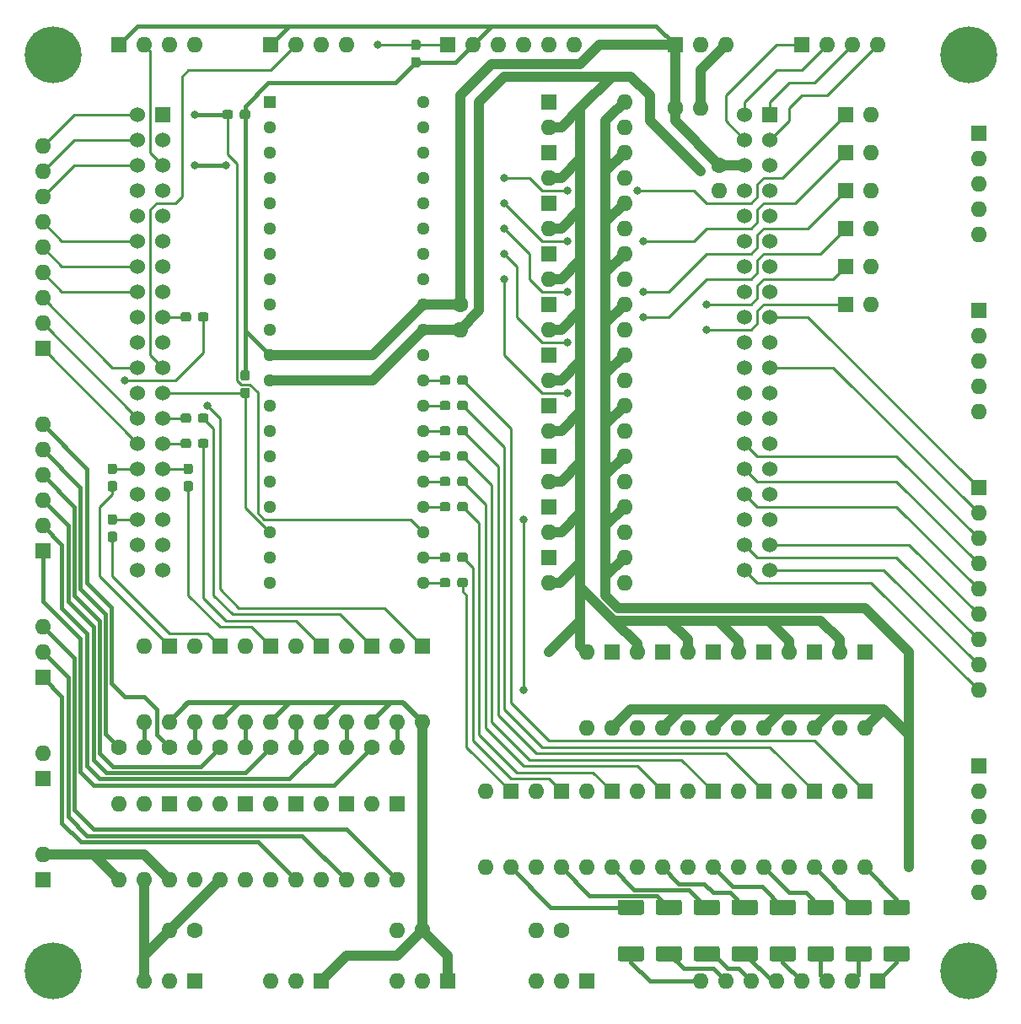
<source format=gtl>
G04 #@! TF.GenerationSoftware,KiCad,Pcbnew,(5.1.6)-1*
G04 #@! TF.CreationDate,2023-04-05T00:11:33+09:00*
G04 #@! TF.ProjectId,SubPCB,53756250-4342-42e6-9b69-6361645f7063,rev?*
G04 #@! TF.SameCoordinates,Original*
G04 #@! TF.FileFunction,Copper,L1,Top*
G04 #@! TF.FilePolarity,Positive*
%FSLAX46Y46*%
G04 Gerber Fmt 4.6, Leading zero omitted, Abs format (unit mm)*
G04 Created by KiCad (PCBNEW (5.1.6)-1) date 2023-04-05 00:11:33*
%MOMM*%
%LPD*%
G01*
G04 APERTURE LIST*
G04 #@! TA.AperFunction,ComponentPad*
%ADD10O,1.600000X1.600000*%
G04 #@! TD*
G04 #@! TA.AperFunction,ComponentPad*
%ADD11R,1.600000X1.600000*%
G04 #@! TD*
G04 #@! TA.AperFunction,ComponentPad*
%ADD12R,1.530000X1.530000*%
G04 #@! TD*
G04 #@! TA.AperFunction,ComponentPad*
%ADD13C,1.530000*%
G04 #@! TD*
G04 #@! TA.AperFunction,ComponentPad*
%ADD14C,1.600000*%
G04 #@! TD*
G04 #@! TA.AperFunction,ComponentPad*
%ADD15C,1.280000*%
G04 #@! TD*
G04 #@! TA.AperFunction,ComponentPad*
%ADD16R,1.280000X1.280000*%
G04 #@! TD*
G04 #@! TA.AperFunction,ComponentPad*
%ADD17C,5.700000*%
G04 #@! TD*
G04 #@! TA.AperFunction,ViaPad*
%ADD18C,0.800000*%
G04 #@! TD*
G04 #@! TA.AperFunction,Conductor*
%ADD19C,0.250000*%
G04 #@! TD*
G04 #@! TA.AperFunction,Conductor*
%ADD20C,0.400000*%
G04 #@! TD*
G04 #@! TA.AperFunction,Conductor*
%ADD21C,1.000000*%
G04 #@! TD*
G04 #@! TA.AperFunction,Conductor*
%ADD22C,0.500000*%
G04 #@! TD*
G04 APERTURE END LIST*
D10*
X83185000Y-6985000D03*
D11*
X80645000Y-6985000D03*
D10*
X83185000Y-10795000D03*
D11*
X80645000Y-10795000D03*
D10*
X83185000Y-14605000D03*
D11*
X80645000Y-14605000D03*
D10*
X83185000Y-18415000D03*
D11*
X80645000Y-18415000D03*
D10*
X83185000Y-22225000D03*
D11*
X80645000Y-22225000D03*
D10*
X83185000Y-26035000D03*
D11*
X80645000Y-26035000D03*
D12*
X73025000Y-6985000D03*
D13*
X73025000Y-52705000D03*
X70485000Y-6985000D03*
X73025000Y-9525000D03*
X70485000Y-9525000D03*
X73025000Y-12065000D03*
X70485000Y-12065000D03*
X73025000Y-14605000D03*
X70485000Y-14605000D03*
X73025000Y-17145000D03*
X70485000Y-17145000D03*
X73025000Y-19685000D03*
X70485000Y-19685000D03*
X73025000Y-22225000D03*
X70485000Y-22225000D03*
X73025000Y-24765000D03*
X70485000Y-24765000D03*
X73025000Y-27305000D03*
X70485000Y-27305000D03*
X73025000Y-29845000D03*
X70485000Y-29845000D03*
X73025000Y-32385000D03*
X70485000Y-32385000D03*
X73025000Y-34925000D03*
X70485000Y-34925000D03*
X73025000Y-37465000D03*
X70485000Y-37465000D03*
X73025000Y-40005000D03*
X70485000Y-40005000D03*
X73025000Y-42545000D03*
X70485000Y-42545000D03*
X73025000Y-45085000D03*
X70485000Y-45085000D03*
X73025000Y-47625000D03*
X70485000Y-47625000D03*
X73025000Y-50165000D03*
X70485000Y-50165000D03*
X70485000Y-52705000D03*
D12*
X12065000Y-6985000D03*
D13*
X12065000Y-52705000D03*
X9525000Y-6985000D03*
X12065000Y-9525000D03*
X9525000Y-9525000D03*
X12065000Y-12065000D03*
X9525000Y-12065000D03*
X12065000Y-14605000D03*
X9525000Y-14605000D03*
X12065000Y-17145000D03*
X9525000Y-17145000D03*
X12065000Y-19685000D03*
X9525000Y-19685000D03*
X12065000Y-22225000D03*
X9525000Y-22225000D03*
X12065000Y-24765000D03*
X9525000Y-24765000D03*
X12065000Y-27305000D03*
X9525000Y-27305000D03*
X12065000Y-29845000D03*
X9525000Y-29845000D03*
X12065000Y-32385000D03*
X9525000Y-32385000D03*
X12065000Y-34925000D03*
X9525000Y-34925000D03*
X12065000Y-37465000D03*
X9525000Y-37465000D03*
X12065000Y-40005000D03*
X9525000Y-40005000D03*
X12065000Y-42545000D03*
X9525000Y-42545000D03*
X12065000Y-45085000D03*
X9525000Y-45085000D03*
X12065000Y-47625000D03*
X9525000Y-47625000D03*
X12065000Y-50165000D03*
X9525000Y-50165000D03*
X9525000Y-52705000D03*
G04 #@! TA.AperFunction,SMDPad,CuDef*
G36*
G01*
X20557500Y-33700000D02*
X20082500Y-33700000D01*
G75*
G02*
X19845000Y-33462500I0J237500D01*
G01*
X19845000Y-32887500D01*
G75*
G02*
X20082500Y-32650000I237500J0D01*
G01*
X20557500Y-32650000D01*
G75*
G02*
X20795000Y-32887500I0J-237500D01*
G01*
X20795000Y-33462500D01*
G75*
G02*
X20557500Y-33700000I-237500J0D01*
G01*
G37*
G04 #@! TD.AperFunction*
G04 #@! TA.AperFunction,SMDPad,CuDef*
G36*
G01*
X20557500Y-35450000D02*
X20082500Y-35450000D01*
G75*
G02*
X19845000Y-35212500I0J237500D01*
G01*
X19845000Y-34637500D01*
G75*
G02*
X20082500Y-34400000I237500J0D01*
G01*
X20557500Y-34400000D01*
G75*
G02*
X20795000Y-34637500I0J-237500D01*
G01*
X20795000Y-35212500D01*
G75*
G02*
X20557500Y-35450000I-237500J0D01*
G01*
G37*
G04 #@! TD.AperFunction*
G04 #@! TA.AperFunction,SMDPad,CuDef*
G36*
G01*
X19795000Y-7222500D02*
X19795000Y-6747500D01*
G75*
G02*
X20032500Y-6510000I237500J0D01*
G01*
X20607500Y-6510000D01*
G75*
G02*
X20845000Y-6747500I0J-237500D01*
G01*
X20845000Y-7222500D01*
G75*
G02*
X20607500Y-7460000I-237500J0D01*
G01*
X20032500Y-7460000D01*
G75*
G02*
X19795000Y-7222500I0J237500D01*
G01*
G37*
G04 #@! TD.AperFunction*
G04 #@! TA.AperFunction,SMDPad,CuDef*
G36*
G01*
X18045000Y-7222500D02*
X18045000Y-6747500D01*
G75*
G02*
X18282500Y-6510000I237500J0D01*
G01*
X18857500Y-6510000D01*
G75*
G02*
X19095000Y-6747500I0J-237500D01*
G01*
X19095000Y-7222500D01*
G75*
G02*
X18857500Y-7460000I-237500J0D01*
G01*
X18282500Y-7460000D01*
G75*
G02*
X18045000Y-7222500I0J237500D01*
G01*
G37*
G04 #@! TD.AperFunction*
D10*
X25400000Y-93980000D03*
X22860000Y-93980000D03*
D11*
X27940000Y-93980000D03*
X76200000Y0D03*
D10*
X81280000Y0D03*
X78740000Y0D03*
X83820000Y0D03*
X93980000Y-52070000D03*
X93980000Y-46990000D03*
X93980000Y-49530000D03*
D11*
X93980000Y-44450000D03*
D10*
X93980000Y-54610000D03*
X93980000Y-57150000D03*
X93980000Y-59690000D03*
X93980000Y-62230000D03*
X93980000Y-64770000D03*
X46990000Y-82550000D03*
X44450000Y-74930000D03*
X44450000Y-82550000D03*
D11*
X46990000Y-74930000D03*
D10*
X52070000Y-82550000D03*
X49530000Y-74930000D03*
X49530000Y-82550000D03*
D11*
X52070000Y-74930000D03*
D10*
X57150000Y-82550000D03*
X54610000Y-74930000D03*
X54610000Y-82550000D03*
D11*
X57150000Y-74930000D03*
D10*
X62230000Y-82550000D03*
X59690000Y-74930000D03*
X59690000Y-82550000D03*
D11*
X62230000Y-74930000D03*
D10*
X67310000Y-82550000D03*
X64770000Y-74930000D03*
X64770000Y-82550000D03*
D11*
X67310000Y-74930000D03*
D10*
X72390000Y-82550000D03*
X69850000Y-74930000D03*
X69850000Y-82550000D03*
D11*
X72390000Y-74930000D03*
D10*
X77470000Y-82550000D03*
X74930000Y-74930000D03*
X74930000Y-82550000D03*
D11*
X77470000Y-74930000D03*
D10*
X82550000Y-82550000D03*
X80010000Y-74930000D03*
X80010000Y-82550000D03*
D11*
X82550000Y-74930000D03*
D10*
X57150000Y-68580000D03*
X54610000Y-60960000D03*
X54610000Y-68580000D03*
D11*
X57150000Y-60960000D03*
D10*
X62230000Y-68580000D03*
X59690000Y-60960000D03*
X59690000Y-68580000D03*
D11*
X62230000Y-60960000D03*
D10*
X67310000Y-68580000D03*
X64770000Y-60960000D03*
X64770000Y-68580000D03*
D11*
X67310000Y-60960000D03*
D10*
X72390000Y-68580000D03*
X69850000Y-60960000D03*
X69850000Y-68580000D03*
D11*
X72390000Y-60960000D03*
D10*
X77470000Y-68580000D03*
X74930000Y-60960000D03*
X74930000Y-68580000D03*
D11*
X77470000Y-60960000D03*
D10*
X82550000Y-68580000D03*
X80010000Y-60960000D03*
X80010000Y-68580000D03*
D11*
X82550000Y-60960000D03*
D10*
X58420000Y-51435000D03*
X50800000Y-53975000D03*
X58420000Y-53975000D03*
D11*
X50800000Y-51435000D03*
D10*
X58420000Y-46355000D03*
X50800000Y-48895000D03*
X58420000Y-48895000D03*
D11*
X50800000Y-46355000D03*
D10*
X58420000Y-41275000D03*
X50800000Y-43815000D03*
X58420000Y-43815000D03*
D11*
X50800000Y-41275000D03*
D10*
X58420000Y-36195000D03*
X50800000Y-38735000D03*
X58420000Y-38735000D03*
D11*
X50800000Y-36195000D03*
D10*
X58420000Y-31115000D03*
X50800000Y-33655000D03*
X58420000Y-33655000D03*
D11*
X50800000Y-31115000D03*
D10*
X58420000Y-26035000D03*
X50800000Y-28575000D03*
X58420000Y-28575000D03*
D11*
X50800000Y-26035000D03*
D10*
X58420000Y-20955000D03*
X50800000Y-23495000D03*
X58420000Y-23495000D03*
D11*
X50800000Y-20955000D03*
D10*
X58420000Y-15875000D03*
X50800000Y-18415000D03*
X58420000Y-18415000D03*
D11*
X50800000Y-15875000D03*
D10*
X58420000Y-10795000D03*
X50800000Y-13335000D03*
X58420000Y-13335000D03*
D11*
X50800000Y-10795000D03*
D10*
X58420000Y-5715000D03*
X50800000Y-8255000D03*
X58420000Y-8255000D03*
D11*
X50800000Y-5715000D03*
D10*
X12700000Y-67945000D03*
X10160000Y-60325000D03*
X10160000Y-67945000D03*
D11*
X12700000Y-60325000D03*
D10*
X17780000Y-67945000D03*
X15240000Y-60325000D03*
X15240000Y-67945000D03*
D11*
X17780000Y-60325000D03*
D10*
X22860000Y-67945000D03*
X20320000Y-60325000D03*
X20320000Y-67945000D03*
D11*
X22860000Y-60325000D03*
D10*
X27940000Y-67945000D03*
X25400000Y-60325000D03*
X25400000Y-67945000D03*
D11*
X27940000Y-60325000D03*
D10*
X33020000Y-67945000D03*
X30480000Y-60325000D03*
X30480000Y-67945000D03*
D11*
X33020000Y-60325000D03*
D10*
X38100000Y-67945000D03*
X35560000Y-60325000D03*
X35560000Y-67945000D03*
D11*
X38100000Y-60325000D03*
D10*
X25400000Y-83820000D03*
X22860000Y-76200000D03*
X22860000Y-83820000D03*
D11*
X25400000Y-76200000D03*
D10*
X30480000Y-83820000D03*
X27940000Y-76200000D03*
X27940000Y-83820000D03*
D11*
X30480000Y-76200000D03*
D10*
X35560000Y-83820000D03*
X33020000Y-76200000D03*
X33020000Y-83820000D03*
D11*
X35560000Y-76200000D03*
D10*
X12700000Y-83820000D03*
X7620000Y-76200000D03*
X10160000Y-83820000D03*
X10160000Y-76200000D03*
X7620000Y-83820000D03*
D11*
X12700000Y-76200000D03*
D10*
X20320000Y-83820000D03*
X15240000Y-76200000D03*
X17780000Y-83820000D03*
X17780000Y-76200000D03*
X15240000Y-83820000D03*
D11*
X20320000Y-76200000D03*
G04 #@! TA.AperFunction,SMDPad,CuDef*
G36*
G01*
X37702500Y-525000D02*
X37227500Y-525000D01*
G75*
G02*
X36990000Y-287500I0J237500D01*
G01*
X36990000Y287500D01*
G75*
G02*
X37227500Y525000I237500J0D01*
G01*
X37702500Y525000D01*
G75*
G02*
X37940000Y287500I0J-237500D01*
G01*
X37940000Y-287500D01*
G75*
G02*
X37702500Y-525000I-237500J0D01*
G01*
G37*
G04 #@! TD.AperFunction*
G04 #@! TA.AperFunction,SMDPad,CuDef*
G36*
G01*
X37702500Y-2275000D02*
X37227500Y-2275000D01*
G75*
G02*
X36990000Y-2037500I0J237500D01*
G01*
X36990000Y-1462500D01*
G75*
G02*
X37227500Y-1225000I237500J0D01*
G01*
X37702500Y-1225000D01*
G75*
G02*
X37940000Y-1462500I0J-237500D01*
G01*
X37940000Y-2037500D01*
G75*
G02*
X37702500Y-2275000I-237500J0D01*
G01*
G37*
G04 #@! TD.AperFunction*
G04 #@! TA.AperFunction,SMDPad,CuDef*
G36*
G01*
X60130001Y-87325000D02*
X57979999Y-87325000D01*
G75*
G02*
X57730000Y-87075001I0J249999D01*
G01*
X57730000Y-86049999D01*
G75*
G02*
X57979999Y-85800000I249999J0D01*
G01*
X60130001Y-85800000D01*
G75*
G02*
X60380000Y-86049999I0J-249999D01*
G01*
X60380000Y-87075001D01*
G75*
G02*
X60130001Y-87325000I-249999J0D01*
G01*
G37*
G04 #@! TD.AperFunction*
G04 #@! TA.AperFunction,SMDPad,CuDef*
G36*
G01*
X60130001Y-92000000D02*
X57979999Y-92000000D01*
G75*
G02*
X57730000Y-91750001I0J249999D01*
G01*
X57730000Y-90724999D01*
G75*
G02*
X57979999Y-90475000I249999J0D01*
G01*
X60130001Y-90475000D01*
G75*
G02*
X60380000Y-90724999I0J-249999D01*
G01*
X60380000Y-91750001D01*
G75*
G02*
X60130001Y-92000000I-249999J0D01*
G01*
G37*
G04 #@! TD.AperFunction*
G04 #@! TA.AperFunction,SMDPad,CuDef*
G36*
G01*
X63940001Y-87325000D02*
X61789999Y-87325000D01*
G75*
G02*
X61540000Y-87075001I0J249999D01*
G01*
X61540000Y-86049999D01*
G75*
G02*
X61789999Y-85800000I249999J0D01*
G01*
X63940001Y-85800000D01*
G75*
G02*
X64190000Y-86049999I0J-249999D01*
G01*
X64190000Y-87075001D01*
G75*
G02*
X63940001Y-87325000I-249999J0D01*
G01*
G37*
G04 #@! TD.AperFunction*
G04 #@! TA.AperFunction,SMDPad,CuDef*
G36*
G01*
X63940001Y-92000000D02*
X61789999Y-92000000D01*
G75*
G02*
X61540000Y-91750001I0J249999D01*
G01*
X61540000Y-90724999D01*
G75*
G02*
X61789999Y-90475000I249999J0D01*
G01*
X63940001Y-90475000D01*
G75*
G02*
X64190000Y-90724999I0J-249999D01*
G01*
X64190000Y-91750001D01*
G75*
G02*
X63940001Y-92000000I-249999J0D01*
G01*
G37*
G04 #@! TD.AperFunction*
G04 #@! TA.AperFunction,SMDPad,CuDef*
G36*
G01*
X67750001Y-87325000D02*
X65599999Y-87325000D01*
G75*
G02*
X65350000Y-87075001I0J249999D01*
G01*
X65350000Y-86049999D01*
G75*
G02*
X65599999Y-85800000I249999J0D01*
G01*
X67750001Y-85800000D01*
G75*
G02*
X68000000Y-86049999I0J-249999D01*
G01*
X68000000Y-87075001D01*
G75*
G02*
X67750001Y-87325000I-249999J0D01*
G01*
G37*
G04 #@! TD.AperFunction*
G04 #@! TA.AperFunction,SMDPad,CuDef*
G36*
G01*
X67750001Y-92000000D02*
X65599999Y-92000000D01*
G75*
G02*
X65350000Y-91750001I0J249999D01*
G01*
X65350000Y-90724999D01*
G75*
G02*
X65599999Y-90475000I249999J0D01*
G01*
X67750001Y-90475000D01*
G75*
G02*
X68000000Y-90724999I0J-249999D01*
G01*
X68000000Y-91750001D01*
G75*
G02*
X67750001Y-92000000I-249999J0D01*
G01*
G37*
G04 #@! TD.AperFunction*
G04 #@! TA.AperFunction,SMDPad,CuDef*
G36*
G01*
X71560001Y-87325000D02*
X69409999Y-87325000D01*
G75*
G02*
X69160000Y-87075001I0J249999D01*
G01*
X69160000Y-86049999D01*
G75*
G02*
X69409999Y-85800000I249999J0D01*
G01*
X71560001Y-85800000D01*
G75*
G02*
X71810000Y-86049999I0J-249999D01*
G01*
X71810000Y-87075001D01*
G75*
G02*
X71560001Y-87325000I-249999J0D01*
G01*
G37*
G04 #@! TD.AperFunction*
G04 #@! TA.AperFunction,SMDPad,CuDef*
G36*
G01*
X71560001Y-92000000D02*
X69409999Y-92000000D01*
G75*
G02*
X69160000Y-91750001I0J249999D01*
G01*
X69160000Y-90724999D01*
G75*
G02*
X69409999Y-90475000I249999J0D01*
G01*
X71560001Y-90475000D01*
G75*
G02*
X71810000Y-90724999I0J-249999D01*
G01*
X71810000Y-91750001D01*
G75*
G02*
X71560001Y-92000000I-249999J0D01*
G01*
G37*
G04 #@! TD.AperFunction*
G04 #@! TA.AperFunction,SMDPad,CuDef*
G36*
G01*
X75370001Y-87325000D02*
X73219999Y-87325000D01*
G75*
G02*
X72970000Y-87075001I0J249999D01*
G01*
X72970000Y-86049999D01*
G75*
G02*
X73219999Y-85800000I249999J0D01*
G01*
X75370001Y-85800000D01*
G75*
G02*
X75620000Y-86049999I0J-249999D01*
G01*
X75620000Y-87075001D01*
G75*
G02*
X75370001Y-87325000I-249999J0D01*
G01*
G37*
G04 #@! TD.AperFunction*
G04 #@! TA.AperFunction,SMDPad,CuDef*
G36*
G01*
X75370001Y-92000000D02*
X73219999Y-92000000D01*
G75*
G02*
X72970000Y-91750001I0J249999D01*
G01*
X72970000Y-90724999D01*
G75*
G02*
X73219999Y-90475000I249999J0D01*
G01*
X75370001Y-90475000D01*
G75*
G02*
X75620000Y-90724999I0J-249999D01*
G01*
X75620000Y-91750001D01*
G75*
G02*
X75370001Y-92000000I-249999J0D01*
G01*
G37*
G04 #@! TD.AperFunction*
G04 #@! TA.AperFunction,SMDPad,CuDef*
G36*
G01*
X79180001Y-87325000D02*
X77029999Y-87325000D01*
G75*
G02*
X76780000Y-87075001I0J249999D01*
G01*
X76780000Y-86049999D01*
G75*
G02*
X77029999Y-85800000I249999J0D01*
G01*
X79180001Y-85800000D01*
G75*
G02*
X79430000Y-86049999I0J-249999D01*
G01*
X79430000Y-87075001D01*
G75*
G02*
X79180001Y-87325000I-249999J0D01*
G01*
G37*
G04 #@! TD.AperFunction*
G04 #@! TA.AperFunction,SMDPad,CuDef*
G36*
G01*
X79180001Y-92000000D02*
X77029999Y-92000000D01*
G75*
G02*
X76780000Y-91750001I0J249999D01*
G01*
X76780000Y-90724999D01*
G75*
G02*
X77029999Y-90475000I249999J0D01*
G01*
X79180001Y-90475000D01*
G75*
G02*
X79430000Y-90724999I0J-249999D01*
G01*
X79430000Y-91750001D01*
G75*
G02*
X79180001Y-92000000I-249999J0D01*
G01*
G37*
G04 #@! TD.AperFunction*
G04 #@! TA.AperFunction,SMDPad,CuDef*
G36*
G01*
X82990001Y-87325000D02*
X80839999Y-87325000D01*
G75*
G02*
X80590000Y-87075001I0J249999D01*
G01*
X80590000Y-86049999D01*
G75*
G02*
X80839999Y-85800000I249999J0D01*
G01*
X82990001Y-85800000D01*
G75*
G02*
X83240000Y-86049999I0J-249999D01*
G01*
X83240000Y-87075001D01*
G75*
G02*
X82990001Y-87325000I-249999J0D01*
G01*
G37*
G04 #@! TD.AperFunction*
G04 #@! TA.AperFunction,SMDPad,CuDef*
G36*
G01*
X82990001Y-92000000D02*
X80839999Y-92000000D01*
G75*
G02*
X80590000Y-91750001I0J249999D01*
G01*
X80590000Y-90724999D01*
G75*
G02*
X80839999Y-90475000I249999J0D01*
G01*
X82990001Y-90475000D01*
G75*
G02*
X83240000Y-90724999I0J-249999D01*
G01*
X83240000Y-91750001D01*
G75*
G02*
X82990001Y-92000000I-249999J0D01*
G01*
G37*
G04 #@! TD.AperFunction*
G04 #@! TA.AperFunction,SMDPad,CuDef*
G36*
G01*
X86800001Y-87325000D02*
X84649999Y-87325000D01*
G75*
G02*
X84400000Y-87075001I0J249999D01*
G01*
X84400000Y-86049999D01*
G75*
G02*
X84649999Y-85800000I249999J0D01*
G01*
X86800001Y-85800000D01*
G75*
G02*
X87050000Y-86049999I0J-249999D01*
G01*
X87050000Y-87075001D01*
G75*
G02*
X86800001Y-87325000I-249999J0D01*
G01*
G37*
G04 #@! TD.AperFunction*
G04 #@! TA.AperFunction,SMDPad,CuDef*
G36*
G01*
X86800001Y-92000000D02*
X84649999Y-92000000D01*
G75*
G02*
X84400000Y-91750001I0J249999D01*
G01*
X84400000Y-90724999D01*
G75*
G02*
X84649999Y-90475000I249999J0D01*
G01*
X86800001Y-90475000D01*
G75*
G02*
X87050000Y-90724999I0J-249999D01*
G01*
X87050000Y-91750001D01*
G75*
G02*
X86800001Y-92000000I-249999J0D01*
G01*
G37*
G04 #@! TD.AperFunction*
G04 #@! TA.AperFunction,SMDPad,CuDef*
G36*
G01*
X40925000Y-53737500D02*
X40925000Y-54212500D01*
G75*
G02*
X40687500Y-54450000I-237500J0D01*
G01*
X40112500Y-54450000D01*
G75*
G02*
X39875000Y-54212500I0J237500D01*
G01*
X39875000Y-53737500D01*
G75*
G02*
X40112500Y-53500000I237500J0D01*
G01*
X40687500Y-53500000D01*
G75*
G02*
X40925000Y-53737500I0J-237500D01*
G01*
G37*
G04 #@! TD.AperFunction*
G04 #@! TA.AperFunction,SMDPad,CuDef*
G36*
G01*
X42675000Y-53737500D02*
X42675000Y-54212500D01*
G75*
G02*
X42437500Y-54450000I-237500J0D01*
G01*
X41862500Y-54450000D01*
G75*
G02*
X41625000Y-54212500I0J237500D01*
G01*
X41625000Y-53737500D01*
G75*
G02*
X41862500Y-53500000I237500J0D01*
G01*
X42437500Y-53500000D01*
G75*
G02*
X42675000Y-53737500I0J-237500D01*
G01*
G37*
G04 #@! TD.AperFunction*
G04 #@! TA.AperFunction,SMDPad,CuDef*
G36*
G01*
X40925000Y-51197500D02*
X40925000Y-51672500D01*
G75*
G02*
X40687500Y-51910000I-237500J0D01*
G01*
X40112500Y-51910000D01*
G75*
G02*
X39875000Y-51672500I0J237500D01*
G01*
X39875000Y-51197500D01*
G75*
G02*
X40112500Y-50960000I237500J0D01*
G01*
X40687500Y-50960000D01*
G75*
G02*
X40925000Y-51197500I0J-237500D01*
G01*
G37*
G04 #@! TD.AperFunction*
G04 #@! TA.AperFunction,SMDPad,CuDef*
G36*
G01*
X42675000Y-51197500D02*
X42675000Y-51672500D01*
G75*
G02*
X42437500Y-51910000I-237500J0D01*
G01*
X41862500Y-51910000D01*
G75*
G02*
X41625000Y-51672500I0J237500D01*
G01*
X41625000Y-51197500D01*
G75*
G02*
X41862500Y-50960000I237500J0D01*
G01*
X42437500Y-50960000D01*
G75*
G02*
X42675000Y-51197500I0J-237500D01*
G01*
G37*
G04 #@! TD.AperFunction*
G04 #@! TA.AperFunction,SMDPad,CuDef*
G36*
G01*
X40925000Y-46117500D02*
X40925000Y-46592500D01*
G75*
G02*
X40687500Y-46830000I-237500J0D01*
G01*
X40112500Y-46830000D01*
G75*
G02*
X39875000Y-46592500I0J237500D01*
G01*
X39875000Y-46117500D01*
G75*
G02*
X40112500Y-45880000I237500J0D01*
G01*
X40687500Y-45880000D01*
G75*
G02*
X40925000Y-46117500I0J-237500D01*
G01*
G37*
G04 #@! TD.AperFunction*
G04 #@! TA.AperFunction,SMDPad,CuDef*
G36*
G01*
X42675000Y-46117500D02*
X42675000Y-46592500D01*
G75*
G02*
X42437500Y-46830000I-237500J0D01*
G01*
X41862500Y-46830000D01*
G75*
G02*
X41625000Y-46592500I0J237500D01*
G01*
X41625000Y-46117500D01*
G75*
G02*
X41862500Y-45880000I237500J0D01*
G01*
X42437500Y-45880000D01*
G75*
G02*
X42675000Y-46117500I0J-237500D01*
G01*
G37*
G04 #@! TD.AperFunction*
G04 #@! TA.AperFunction,SMDPad,CuDef*
G36*
G01*
X40925000Y-43577500D02*
X40925000Y-44052500D01*
G75*
G02*
X40687500Y-44290000I-237500J0D01*
G01*
X40112500Y-44290000D01*
G75*
G02*
X39875000Y-44052500I0J237500D01*
G01*
X39875000Y-43577500D01*
G75*
G02*
X40112500Y-43340000I237500J0D01*
G01*
X40687500Y-43340000D01*
G75*
G02*
X40925000Y-43577500I0J-237500D01*
G01*
G37*
G04 #@! TD.AperFunction*
G04 #@! TA.AperFunction,SMDPad,CuDef*
G36*
G01*
X42675000Y-43577500D02*
X42675000Y-44052500D01*
G75*
G02*
X42437500Y-44290000I-237500J0D01*
G01*
X41862500Y-44290000D01*
G75*
G02*
X41625000Y-44052500I0J237500D01*
G01*
X41625000Y-43577500D01*
G75*
G02*
X41862500Y-43340000I237500J0D01*
G01*
X42437500Y-43340000D01*
G75*
G02*
X42675000Y-43577500I0J-237500D01*
G01*
G37*
G04 #@! TD.AperFunction*
G04 #@! TA.AperFunction,SMDPad,CuDef*
G36*
G01*
X40925000Y-41037500D02*
X40925000Y-41512500D01*
G75*
G02*
X40687500Y-41750000I-237500J0D01*
G01*
X40112500Y-41750000D01*
G75*
G02*
X39875000Y-41512500I0J237500D01*
G01*
X39875000Y-41037500D01*
G75*
G02*
X40112500Y-40800000I237500J0D01*
G01*
X40687500Y-40800000D01*
G75*
G02*
X40925000Y-41037500I0J-237500D01*
G01*
G37*
G04 #@! TD.AperFunction*
G04 #@! TA.AperFunction,SMDPad,CuDef*
G36*
G01*
X42675000Y-41037500D02*
X42675000Y-41512500D01*
G75*
G02*
X42437500Y-41750000I-237500J0D01*
G01*
X41862500Y-41750000D01*
G75*
G02*
X41625000Y-41512500I0J237500D01*
G01*
X41625000Y-41037500D01*
G75*
G02*
X41862500Y-40800000I237500J0D01*
G01*
X42437500Y-40800000D01*
G75*
G02*
X42675000Y-41037500I0J-237500D01*
G01*
G37*
G04 #@! TD.AperFunction*
G04 #@! TA.AperFunction,SMDPad,CuDef*
G36*
G01*
X40925000Y-38497500D02*
X40925000Y-38972500D01*
G75*
G02*
X40687500Y-39210000I-237500J0D01*
G01*
X40112500Y-39210000D01*
G75*
G02*
X39875000Y-38972500I0J237500D01*
G01*
X39875000Y-38497500D01*
G75*
G02*
X40112500Y-38260000I237500J0D01*
G01*
X40687500Y-38260000D01*
G75*
G02*
X40925000Y-38497500I0J-237500D01*
G01*
G37*
G04 #@! TD.AperFunction*
G04 #@! TA.AperFunction,SMDPad,CuDef*
G36*
G01*
X42675000Y-38497500D02*
X42675000Y-38972500D01*
G75*
G02*
X42437500Y-39210000I-237500J0D01*
G01*
X41862500Y-39210000D01*
G75*
G02*
X41625000Y-38972500I0J237500D01*
G01*
X41625000Y-38497500D01*
G75*
G02*
X41862500Y-38260000I237500J0D01*
G01*
X42437500Y-38260000D01*
G75*
G02*
X42675000Y-38497500I0J-237500D01*
G01*
G37*
G04 #@! TD.AperFunction*
G04 #@! TA.AperFunction,SMDPad,CuDef*
G36*
G01*
X40925000Y-35957500D02*
X40925000Y-36432500D01*
G75*
G02*
X40687500Y-36670000I-237500J0D01*
G01*
X40112500Y-36670000D01*
G75*
G02*
X39875000Y-36432500I0J237500D01*
G01*
X39875000Y-35957500D01*
G75*
G02*
X40112500Y-35720000I237500J0D01*
G01*
X40687500Y-35720000D01*
G75*
G02*
X40925000Y-35957500I0J-237500D01*
G01*
G37*
G04 #@! TD.AperFunction*
G04 #@! TA.AperFunction,SMDPad,CuDef*
G36*
G01*
X42675000Y-35957500D02*
X42675000Y-36432500D01*
G75*
G02*
X42437500Y-36670000I-237500J0D01*
G01*
X41862500Y-36670000D01*
G75*
G02*
X41625000Y-36432500I0J237500D01*
G01*
X41625000Y-35957500D01*
G75*
G02*
X41862500Y-35720000I237500J0D01*
G01*
X42437500Y-35720000D01*
G75*
G02*
X42675000Y-35957500I0J-237500D01*
G01*
G37*
G04 #@! TD.AperFunction*
G04 #@! TA.AperFunction,SMDPad,CuDef*
G36*
G01*
X40925000Y-33417500D02*
X40925000Y-33892500D01*
G75*
G02*
X40687500Y-34130000I-237500J0D01*
G01*
X40112500Y-34130000D01*
G75*
G02*
X39875000Y-33892500I0J237500D01*
G01*
X39875000Y-33417500D01*
G75*
G02*
X40112500Y-33180000I237500J0D01*
G01*
X40687500Y-33180000D01*
G75*
G02*
X40925000Y-33417500I0J-237500D01*
G01*
G37*
G04 #@! TD.AperFunction*
G04 #@! TA.AperFunction,SMDPad,CuDef*
G36*
G01*
X42675000Y-33417500D02*
X42675000Y-33892500D01*
G75*
G02*
X42437500Y-34130000I-237500J0D01*
G01*
X41862500Y-34130000D01*
G75*
G02*
X41625000Y-33892500I0J237500D01*
G01*
X41625000Y-33417500D01*
G75*
G02*
X41862500Y-33180000I237500J0D01*
G01*
X42437500Y-33180000D01*
G75*
G02*
X42675000Y-33417500I0J-237500D01*
G01*
G37*
G04 #@! TD.AperFunction*
D10*
X10160000Y-70485000D03*
D14*
X7620000Y-70485000D03*
D10*
X15240000Y-70485000D03*
D14*
X12700000Y-70485000D03*
D10*
X20320000Y-70485000D03*
D14*
X17780000Y-70485000D03*
D10*
X25400000Y-70485000D03*
D14*
X22860000Y-70485000D03*
D10*
X30480000Y-70485000D03*
D14*
X27940000Y-70485000D03*
D10*
X35560000Y-70485000D03*
D14*
X33020000Y-70485000D03*
G04 #@! TA.AperFunction,SMDPad,CuDef*
G36*
G01*
X7222500Y-43070000D02*
X6747500Y-43070000D01*
G75*
G02*
X6510000Y-42832500I0J237500D01*
G01*
X6510000Y-42257500D01*
G75*
G02*
X6747500Y-42020000I237500J0D01*
G01*
X7222500Y-42020000D01*
G75*
G02*
X7460000Y-42257500I0J-237500D01*
G01*
X7460000Y-42832500D01*
G75*
G02*
X7222500Y-43070000I-237500J0D01*
G01*
G37*
G04 #@! TD.AperFunction*
G04 #@! TA.AperFunction,SMDPad,CuDef*
G36*
G01*
X7222500Y-44820000D02*
X6747500Y-44820000D01*
G75*
G02*
X6510000Y-44582500I0J237500D01*
G01*
X6510000Y-44007500D01*
G75*
G02*
X6747500Y-43770000I237500J0D01*
G01*
X7222500Y-43770000D01*
G75*
G02*
X7460000Y-44007500I0J-237500D01*
G01*
X7460000Y-44582500D01*
G75*
G02*
X7222500Y-44820000I-237500J0D01*
G01*
G37*
G04 #@! TD.AperFunction*
G04 #@! TA.AperFunction,SMDPad,CuDef*
G36*
G01*
X7222500Y-48150000D02*
X6747500Y-48150000D01*
G75*
G02*
X6510000Y-47912500I0J237500D01*
G01*
X6510000Y-47337500D01*
G75*
G02*
X6747500Y-47100000I237500J0D01*
G01*
X7222500Y-47100000D01*
G75*
G02*
X7460000Y-47337500I0J-237500D01*
G01*
X7460000Y-47912500D01*
G75*
G02*
X7222500Y-48150000I-237500J0D01*
G01*
G37*
G04 #@! TD.AperFunction*
G04 #@! TA.AperFunction,SMDPad,CuDef*
G36*
G01*
X7222500Y-49900000D02*
X6747500Y-49900000D01*
G75*
G02*
X6510000Y-49662500I0J237500D01*
G01*
X6510000Y-49087500D01*
G75*
G02*
X6747500Y-48850000I237500J0D01*
G01*
X7222500Y-48850000D01*
G75*
G02*
X7460000Y-49087500I0J-237500D01*
G01*
X7460000Y-49662500D01*
G75*
G02*
X7222500Y-49900000I-237500J0D01*
G01*
G37*
G04 #@! TD.AperFunction*
G04 #@! TA.AperFunction,SMDPad,CuDef*
G36*
G01*
X14842500Y-43070000D02*
X14367500Y-43070000D01*
G75*
G02*
X14130000Y-42832500I0J237500D01*
G01*
X14130000Y-42257500D01*
G75*
G02*
X14367500Y-42020000I237500J0D01*
G01*
X14842500Y-42020000D01*
G75*
G02*
X15080000Y-42257500I0J-237500D01*
G01*
X15080000Y-42832500D01*
G75*
G02*
X14842500Y-43070000I-237500J0D01*
G01*
G37*
G04 #@! TD.AperFunction*
G04 #@! TA.AperFunction,SMDPad,CuDef*
G36*
G01*
X14842500Y-44820000D02*
X14367500Y-44820000D01*
G75*
G02*
X14130000Y-44582500I0J237500D01*
G01*
X14130000Y-44007500D01*
G75*
G02*
X14367500Y-43770000I237500J0D01*
G01*
X14842500Y-43770000D01*
G75*
G02*
X15080000Y-44007500I0J-237500D01*
G01*
X15080000Y-44582500D01*
G75*
G02*
X14842500Y-44820000I-237500J0D01*
G01*
G37*
G04 #@! TD.AperFunction*
G04 #@! TA.AperFunction,SMDPad,CuDef*
G36*
G01*
X14890000Y-39767500D02*
X14890000Y-40242500D01*
G75*
G02*
X14652500Y-40480000I-237500J0D01*
G01*
X14077500Y-40480000D01*
G75*
G02*
X13840000Y-40242500I0J237500D01*
G01*
X13840000Y-39767500D01*
G75*
G02*
X14077500Y-39530000I237500J0D01*
G01*
X14652500Y-39530000D01*
G75*
G02*
X14890000Y-39767500I0J-237500D01*
G01*
G37*
G04 #@! TD.AperFunction*
G04 #@! TA.AperFunction,SMDPad,CuDef*
G36*
G01*
X16640000Y-39767500D02*
X16640000Y-40242500D01*
G75*
G02*
X16402500Y-40480000I-237500J0D01*
G01*
X15827500Y-40480000D01*
G75*
G02*
X15590000Y-40242500I0J237500D01*
G01*
X15590000Y-39767500D01*
G75*
G02*
X15827500Y-39530000I237500J0D01*
G01*
X16402500Y-39530000D01*
G75*
G02*
X16640000Y-39767500I0J-237500D01*
G01*
G37*
G04 #@! TD.AperFunction*
G04 #@! TA.AperFunction,SMDPad,CuDef*
G36*
G01*
X14890000Y-37227500D02*
X14890000Y-37702500D01*
G75*
G02*
X14652500Y-37940000I-237500J0D01*
G01*
X14077500Y-37940000D01*
G75*
G02*
X13840000Y-37702500I0J237500D01*
G01*
X13840000Y-37227500D01*
G75*
G02*
X14077500Y-36990000I237500J0D01*
G01*
X14652500Y-36990000D01*
G75*
G02*
X14890000Y-37227500I0J-237500D01*
G01*
G37*
G04 #@! TD.AperFunction*
G04 #@! TA.AperFunction,SMDPad,CuDef*
G36*
G01*
X16640000Y-37227500D02*
X16640000Y-37702500D01*
G75*
G02*
X16402500Y-37940000I-237500J0D01*
G01*
X15827500Y-37940000D01*
G75*
G02*
X15590000Y-37702500I0J237500D01*
G01*
X15590000Y-37227500D01*
G75*
G02*
X15827500Y-36990000I237500J0D01*
G01*
X16402500Y-36990000D01*
G75*
G02*
X16640000Y-37227500I0J-237500D01*
G01*
G37*
G04 #@! TD.AperFunction*
G04 #@! TA.AperFunction,SMDPad,CuDef*
G36*
G01*
X16640000Y-27067500D02*
X16640000Y-27542500D01*
G75*
G02*
X16402500Y-27780000I-237500J0D01*
G01*
X15827500Y-27780000D01*
G75*
G02*
X15590000Y-27542500I0J237500D01*
G01*
X15590000Y-27067500D01*
G75*
G02*
X15827500Y-26830000I237500J0D01*
G01*
X16402500Y-26830000D01*
G75*
G02*
X16640000Y-27067500I0J-237500D01*
G01*
G37*
G04 #@! TD.AperFunction*
G04 #@! TA.AperFunction,SMDPad,CuDef*
G36*
G01*
X14890000Y-27067500D02*
X14890000Y-27542500D01*
G75*
G02*
X14652500Y-27780000I-237500J0D01*
G01*
X14077500Y-27780000D01*
G75*
G02*
X13840000Y-27542500I0J237500D01*
G01*
X13840000Y-27067500D01*
G75*
G02*
X14077500Y-26830000I237500J0D01*
G01*
X14652500Y-26830000D01*
G75*
G02*
X14890000Y-27067500I0J-237500D01*
G01*
G37*
G04 #@! TD.AperFunction*
D10*
X53340000Y0D03*
X50800000Y0D03*
D11*
X40640000Y0D03*
D10*
X45720000Y0D03*
X43180000Y0D03*
X48260000Y0D03*
D11*
X0Y-83820000D03*
D10*
X0Y-81280000D03*
X93980000Y-85090000D03*
X93980000Y-82550000D03*
D11*
X93980000Y-72390000D03*
D10*
X93980000Y-77470000D03*
X93980000Y-74930000D03*
X93980000Y-80010000D03*
X93980000Y-34290000D03*
X93980000Y-29210000D03*
X93980000Y-31750000D03*
D11*
X93980000Y-26670000D03*
D10*
X93980000Y-36830000D03*
X93980000Y-16510000D03*
X93980000Y-11430000D03*
X93980000Y-13970000D03*
D11*
X93980000Y-8890000D03*
D10*
X93980000Y-19050000D03*
X66040000Y-93980000D03*
X68580000Y-93980000D03*
X71120000Y-93980000D03*
X73660000Y-93980000D03*
D11*
X83820000Y-93980000D03*
D10*
X78740000Y-93980000D03*
X81280000Y-93980000D03*
X76200000Y-93980000D03*
X0Y-38100000D03*
X0Y-40640000D03*
D11*
X0Y-50800000D03*
D10*
X0Y-45720000D03*
X0Y-48260000D03*
X0Y-43180000D03*
X0Y-22860000D03*
X0Y-27940000D03*
X0Y-25400000D03*
D11*
X0Y-30480000D03*
D10*
X0Y-20320000D03*
X0Y-17780000D03*
X0Y-15240000D03*
X0Y-12700000D03*
X0Y-10160000D03*
X12700000Y-93980000D03*
X10160000Y-93980000D03*
D11*
X15240000Y-93980000D03*
D10*
X38100000Y-93980000D03*
X35560000Y-93980000D03*
D11*
X40640000Y-93980000D03*
D10*
X52070000Y-93980000D03*
X49530000Y-93980000D03*
D11*
X54610000Y-93980000D03*
D10*
X66040000Y0D03*
X68580000Y0D03*
D11*
X63500000Y0D03*
X0Y-73660000D03*
D10*
X0Y-71120000D03*
X0Y-60960000D03*
X0Y-58420000D03*
D11*
X0Y-63500000D03*
D14*
X41910000Y-26035000D03*
D10*
X41910000Y-28575000D03*
D14*
X67945000Y-12065000D03*
D10*
X67945000Y-14605000D03*
D14*
X15240000Y-88900000D03*
D10*
X12700000Y-88900000D03*
D14*
X38100000Y-88900000D03*
D10*
X35560000Y-88900000D03*
D14*
X52070000Y-88900000D03*
D10*
X49530000Y-88900000D03*
D14*
X63500000Y-6350000D03*
D10*
X66040000Y-6350000D03*
D11*
X22860000Y0D03*
D10*
X27940000Y0D03*
X25400000Y0D03*
X30480000Y0D03*
D11*
X7620000Y0D03*
D10*
X12700000Y0D03*
X10160000Y0D03*
X15240000Y0D03*
D15*
X38197500Y-5715000D03*
X38197500Y-8255000D03*
X38197500Y-10795000D03*
X38197500Y-13335000D03*
X38197500Y-15875000D03*
X38197500Y-18415000D03*
X38197500Y-20955000D03*
X38197500Y-23495000D03*
X38197500Y-26035000D03*
X38197500Y-28575000D03*
X38197500Y-31115000D03*
X38197500Y-33655000D03*
X38197500Y-36195000D03*
X38197500Y-38735000D03*
X38197500Y-41275000D03*
X38197500Y-43815000D03*
X38197500Y-46355000D03*
X38197500Y-48895000D03*
X38197500Y-51435000D03*
X38197500Y-53975000D03*
X22762500Y-53975000D03*
X22762500Y-51435000D03*
X22762500Y-48895000D03*
X22762500Y-46355000D03*
X22762500Y-43815000D03*
X22762500Y-41275000D03*
X22762500Y-38735000D03*
X22762500Y-36195000D03*
X22762500Y-33655000D03*
X22762500Y-31115000D03*
X22762500Y-28575000D03*
X22762500Y-26035000D03*
X22762500Y-23495000D03*
X22762500Y-20955000D03*
X22762500Y-18415000D03*
X22762500Y-15875000D03*
X22762500Y-13335000D03*
X22762500Y-10795000D03*
X22762500Y-8255000D03*
D16*
X22762500Y-5715000D03*
D17*
X92980000Y-92980000D03*
X1000000Y-92980000D03*
X92980000Y-1000000D03*
X1000000Y-1000000D03*
D18*
X15240000Y-12065000D03*
X18415000Y-12065000D03*
X66040000Y-12700000D03*
X50800000Y-60960000D03*
X86995000Y-82550000D03*
X15240000Y-6985000D03*
X8255000Y-33655000D03*
X48260000Y-47625000D03*
X48260000Y-64770000D03*
X16510000Y-36195000D03*
X33655000Y0D03*
X59690000Y-14605000D03*
X46355000Y-13335000D03*
X52705000Y-14605000D03*
X60325000Y-19685000D03*
X60325000Y-24765000D03*
X46355000Y-15875000D03*
X52705000Y-19685000D03*
X46355000Y-18415000D03*
X52705000Y-24765000D03*
X60325000Y-27305000D03*
X46355000Y-20955000D03*
X52705000Y-29845000D03*
X66675000Y-26035000D03*
X46355000Y-23495000D03*
X52705000Y-34925000D03*
X66675000Y-28575000D03*
D19*
X84455000Y-52705000D02*
X93980000Y-62230000D01*
X73025000Y-52705000D02*
X84455000Y-52705000D01*
X79375000Y-32385000D02*
X93980000Y-46990000D01*
X73025000Y-32385000D02*
X79375000Y-32385000D01*
X86995000Y-50165000D02*
X93980000Y-57150000D01*
X73025000Y-50165000D02*
X86995000Y-50165000D01*
X76835000Y-27305000D02*
X93980000Y-44450000D01*
X73025000Y-27305000D02*
X76835000Y-27305000D01*
X70485000Y-52705000D02*
X71755000Y-53975000D01*
X83185000Y-53975000D02*
X93980000Y-64770000D01*
X71755000Y-53975000D02*
X83185000Y-53975000D01*
X70485000Y-50165000D02*
X71755000Y-51435000D01*
X71755000Y-51435000D02*
X85725000Y-51435000D01*
X85725000Y-51435000D02*
X93980000Y-59690000D01*
X70485000Y-45085000D02*
X71755000Y-46355000D01*
X71755000Y-46355000D02*
X85725000Y-46355000D01*
X85725000Y-46355000D02*
X93980000Y-54610000D01*
X70485000Y-42545000D02*
X71755000Y-43815000D01*
X71755000Y-43815000D02*
X85725000Y-43815000D01*
X85725000Y-43815000D02*
X93980000Y-52070000D01*
X85725000Y-41275000D02*
X93980000Y-49530000D01*
X70485000Y-40005000D02*
X71755000Y-41275000D01*
X71755000Y-41275000D02*
X85725000Y-41275000D01*
X68580000Y-5080000D02*
X73660000Y0D01*
X70485000Y-9525000D02*
X68580000Y-7620000D01*
X73660000Y0D02*
X76200000Y0D01*
X68580000Y-7620000D02*
X68580000Y-5080000D01*
X73025000Y-6985000D02*
X73025000Y-5715000D01*
X73025000Y-5715000D02*
X74930000Y-3810000D01*
X77470000Y-3810000D02*
X81280000Y0D01*
X74930000Y-3810000D02*
X77470000Y-3810000D01*
X70485000Y-6985000D02*
X70485000Y-5715000D01*
X70485000Y-5715000D02*
X73660000Y-2540000D01*
X76200000Y-2540000D02*
X78740000Y0D01*
X73660000Y-2540000D02*
X76200000Y-2540000D01*
X74930000Y-7620000D02*
X74930000Y-6350000D01*
X73025000Y-9525000D02*
X74930000Y-7620000D01*
X74930000Y-6350000D02*
X76200000Y-5080000D01*
X78740000Y-5080000D02*
X83820000Y0D01*
X76200000Y-5080000D02*
X78740000Y-5080000D01*
D20*
X63500000Y0D02*
X61595000Y1905000D01*
X45085000Y1905000D02*
X43180000Y0D01*
X61595000Y1905000D02*
X45085000Y1905000D01*
X24765000Y1905000D02*
X22860000Y0D01*
X45085000Y1905000D02*
X24765000Y1905000D01*
X9525000Y1905000D02*
X7620000Y0D01*
X24765000Y1905000D02*
X9525000Y1905000D01*
X41430000Y-1750000D02*
X37465000Y-1750000D01*
X43180000Y0D02*
X41430000Y-1750000D01*
X35405000Y-3810000D02*
X37465000Y-1750000D01*
X35405000Y-3810000D02*
X22667498Y-3810000D01*
X20320000Y-6157498D02*
X22667498Y-3810000D01*
X20320000Y-6985000D02*
X20320000Y-6157498D01*
X20320000Y-28672500D02*
X20320000Y-28575000D01*
X22762500Y-31115000D02*
X20320000Y-28672500D01*
X20320000Y-33175000D02*
X20320000Y-28575000D01*
X20320000Y-28575000D02*
X20320000Y-6985000D01*
D21*
X63500000Y-6350000D02*
X63500000Y0D01*
X63500000Y-7620000D02*
X67945000Y-12065000D01*
X63500000Y-6350000D02*
X63500000Y-7620000D01*
X67945000Y-12065000D02*
X70485000Y-12065000D01*
X63500000Y0D02*
X55880000Y0D01*
X55880000Y0D02*
X53975000Y-1905000D01*
X53975000Y-1905000D02*
X45085000Y-1905000D01*
X45085000Y-1905000D02*
X41910000Y-5080000D01*
X41910000Y-5080000D02*
X41910000Y-26035000D01*
X38197500Y-26035000D02*
X41910000Y-26035000D01*
X33117500Y-31115000D02*
X38197500Y-26035000D01*
X22762500Y-31115000D02*
X33117500Y-31115000D01*
D20*
X15240000Y-12065000D02*
X18415000Y-12065000D01*
X18415000Y-12065000D02*
X18415000Y-12065000D01*
D21*
X66040000Y-2540000D02*
X68580000Y0D01*
X66040000Y-6350000D02*
X66040000Y-2540000D01*
X43815000Y-26670000D02*
X41910000Y-28575000D01*
X60960000Y-7620000D02*
X60960000Y-5080000D01*
X66040000Y-12700000D02*
X60960000Y-7620000D01*
X43815000Y-5715000D02*
X43815000Y-26670000D01*
X60960000Y-5080000D02*
X59055000Y-3175000D01*
X46355000Y-3175000D02*
X43815000Y-5715000D01*
X38197500Y-28575000D02*
X41910000Y-28575000D01*
X33117500Y-33655000D02*
X38197500Y-28575000D01*
X22762500Y-33655000D02*
X33117500Y-33655000D01*
X51931370Y-53975000D02*
X53975000Y-51931370D01*
X50800000Y-53975000D02*
X51931370Y-53975000D01*
X59055000Y-3175000D02*
X57150000Y-3175000D01*
X53975000Y-6350000D02*
X57150000Y-3175000D01*
X57150000Y-3175000D02*
X46355000Y-3175000D01*
X52070000Y-8255000D02*
X53975000Y-6350000D01*
X50800000Y-8255000D02*
X52070000Y-8255000D01*
X50800000Y-13335000D02*
X52070000Y-13335000D01*
X52070000Y-13335000D02*
X53975000Y-11430000D01*
X53975000Y-11430000D02*
X53975000Y-6350000D01*
X50800000Y-18415000D02*
X52070000Y-18415000D01*
X52070000Y-18415000D02*
X53975000Y-16510000D01*
X53975000Y-16510000D02*
X53975000Y-11430000D01*
X52070000Y-23495000D02*
X53975000Y-21590000D01*
X50800000Y-23495000D02*
X52070000Y-23495000D01*
X53975000Y-21590000D02*
X53975000Y-16510000D01*
X52070000Y-28575000D02*
X53975000Y-26670000D01*
X50800000Y-28575000D02*
X52070000Y-28575000D01*
X53975000Y-26670000D02*
X53975000Y-21590000D01*
X52070000Y-33655000D02*
X53975000Y-31750000D01*
X50800000Y-33655000D02*
X52070000Y-33655000D01*
X53975000Y-31750000D02*
X53975000Y-26670000D01*
X52070000Y-38735000D02*
X53975000Y-36830000D01*
X50800000Y-38735000D02*
X52070000Y-38735000D01*
X53975000Y-36830000D02*
X53975000Y-31750000D01*
X50800000Y-43815000D02*
X52070000Y-43815000D01*
X52070000Y-43815000D02*
X53975000Y-41910000D01*
X53975000Y-41910000D02*
X53975000Y-36830000D01*
X52070000Y-48895000D02*
X53975000Y-46990000D01*
X50800000Y-48895000D02*
X52070000Y-48895000D01*
X53975000Y-51931370D02*
X53975000Y-46990000D01*
X53975000Y-46990000D02*
X53975000Y-41910000D01*
X80010000Y-60960000D02*
X80010000Y-59690000D01*
X80010000Y-59690000D02*
X78105000Y-57785000D01*
X57357930Y-57785000D02*
X53975000Y-54402070D01*
X53975000Y-54402070D02*
X53975000Y-51931370D01*
X72886370Y-57785000D02*
X72390000Y-57785000D01*
X74930000Y-60960000D02*
X74930000Y-59828630D01*
X78105000Y-57785000D02*
X72390000Y-57785000D01*
X74930000Y-59828630D02*
X72886370Y-57785000D01*
X69850000Y-59828630D02*
X67806370Y-57785000D01*
X69850000Y-60960000D02*
X69850000Y-59828630D01*
X72390000Y-57785000D02*
X67310000Y-57785000D01*
X67806370Y-57785000D02*
X67310000Y-57785000D01*
X64770000Y-59690000D02*
X62865000Y-57785000D01*
X64770000Y-60960000D02*
X64770000Y-59690000D01*
X67310000Y-57785000D02*
X62865000Y-57785000D01*
X62865000Y-57785000D02*
X57357930Y-57785000D01*
X59690000Y-60117070D02*
X57357930Y-57785000D01*
X59690000Y-60960000D02*
X59690000Y-60117070D01*
X53975000Y-54402070D02*
X53975000Y-57785000D01*
X53975000Y-57785000D02*
X50800000Y-60960000D01*
X54610000Y-60960000D02*
X53975000Y-60325000D01*
X53975000Y-60325000D02*
X53975000Y-57785000D01*
X58420000Y-5715000D02*
X56919999Y-7215001D01*
X56919999Y-7215001D02*
X56515000Y-7620000D01*
X56515000Y-55245000D02*
X57785000Y-56515000D01*
X57785000Y-56515000D02*
X82550000Y-56515000D01*
X82550000Y-56515000D02*
X86995000Y-60960000D01*
X84455000Y-66675000D02*
X86995000Y-69215000D01*
X57150000Y-68580000D02*
X59055000Y-66675000D01*
X86995000Y-60960000D02*
X86995000Y-69215000D01*
X86995000Y-69215000D02*
X86995000Y-82550000D01*
X62230000Y-68580000D02*
X64135000Y-66675000D01*
X59055000Y-66675000D02*
X64135000Y-66675000D01*
X67310000Y-68580000D02*
X69215000Y-66675000D01*
X64135000Y-66675000D02*
X69215000Y-66675000D01*
X69215000Y-66675000D02*
X74295000Y-66675000D01*
X72390000Y-68580000D02*
X74295000Y-66675000D01*
X77470000Y-68580000D02*
X79375000Y-66675000D01*
X74295000Y-66675000D02*
X79375000Y-66675000D01*
X79375000Y-66675000D02*
X84455000Y-66675000D01*
X82550000Y-68580000D02*
X84455000Y-66675000D01*
X58420000Y-10795000D02*
X56515000Y-12700000D01*
X56515000Y-7620000D02*
X56515000Y-12700000D01*
X58420000Y-15875000D02*
X56515000Y-17780000D01*
X56515000Y-12700000D02*
X56515000Y-17780000D01*
X58420000Y-20955000D02*
X56515000Y-22860000D01*
X56515000Y-17780000D02*
X56515000Y-22860000D01*
X56515000Y-22860000D02*
X56515000Y-27940000D01*
X58420000Y-26035000D02*
X56515000Y-27940000D01*
X58420000Y-31115000D02*
X56515000Y-33020000D01*
X56515000Y-27940000D02*
X56515000Y-33020000D01*
X56515000Y-38100000D02*
X56515000Y-38735000D01*
X58420000Y-36195000D02*
X56515000Y-38100000D01*
X56515000Y-33020000D02*
X56515000Y-38735000D01*
X58420000Y-41275000D02*
X56515000Y-43180000D01*
X56515000Y-38735000D02*
X56515000Y-43180000D01*
X58420000Y-46355000D02*
X56515000Y-48260000D01*
X56515000Y-43180000D02*
X56515000Y-48260000D01*
X58420000Y-51435000D02*
X56515000Y-53340000D01*
X56515000Y-48260000D02*
X56515000Y-53975000D01*
X56515000Y-53340000D02*
X56515000Y-53975000D01*
X56515000Y-53975000D02*
X56515000Y-55245000D01*
X27940000Y-93980000D02*
X30480000Y-91440000D01*
X35560000Y-91440000D02*
X38100000Y-88900000D01*
X30480000Y-91440000D02*
X35560000Y-91440000D01*
X40640000Y-91440000D02*
X38100000Y-88900000D01*
X40640000Y-93980000D02*
X40640000Y-91440000D01*
D22*
X12700000Y-67945000D02*
X14605000Y-66040000D01*
X36195000Y-66040000D02*
X38100000Y-67945000D01*
X17780000Y-67945000D02*
X19685000Y-66040000D01*
X14605000Y-66040000D02*
X19685000Y-66040000D01*
X19685000Y-66040000D02*
X24765000Y-66040000D01*
X22860000Y-67945000D02*
X24765000Y-66040000D01*
X24765000Y-66040000D02*
X29845000Y-66040000D01*
X27940000Y-67945000D02*
X29845000Y-66040000D01*
X33020000Y-67945000D02*
X34925000Y-66040000D01*
X29845000Y-66040000D02*
X34925000Y-66040000D01*
X34925000Y-66040000D02*
X36195000Y-66040000D01*
D21*
X38100000Y-67945000D02*
X38100000Y-88900000D01*
X10160000Y-91440000D02*
X12700000Y-88900000D01*
X10160000Y-93980000D02*
X10160000Y-91440000D01*
X10160000Y-83820000D02*
X10160000Y-91440000D01*
X12700000Y-88900000D02*
X17780000Y-83820000D01*
D19*
X10795000Y-10795000D02*
X12065000Y-12065000D01*
X10795000Y-635000D02*
X10160000Y0D01*
X10795000Y-10795000D02*
X10795000Y-635000D01*
X10795000Y-16510000D02*
X11430000Y-15875000D01*
X12065000Y-32385000D02*
X10795000Y-31115000D01*
X10795000Y-31115000D02*
X10795000Y-16510000D01*
X11430000Y-15875000D02*
X13335000Y-15875000D01*
X13335000Y-15875000D02*
X13970000Y-15240000D01*
X13970000Y-15240000D02*
X13970000Y-3175000D01*
X13970000Y-3175000D02*
X14605000Y-2540000D01*
X22860000Y-2540000D02*
X25400000Y0D01*
X14605000Y-2540000D02*
X22860000Y-2540000D01*
D20*
X15240000Y-6985000D02*
X18570000Y-6985000D01*
D19*
X36927500Y-47625000D02*
X38197500Y-48895000D01*
X22225000Y-47625000D02*
X36927500Y-47625000D01*
X21590000Y-46990000D02*
X22225000Y-47625000D01*
X20790500Y-34074990D02*
X21590000Y-34874490D01*
X21590000Y-34874490D02*
X21590000Y-46990000D01*
X18570000Y-10950000D02*
X19519990Y-11899990D01*
X19519990Y-33695500D02*
X19899480Y-34074990D01*
X18570000Y-6985000D02*
X18570000Y-10950000D01*
X19519990Y-11899990D02*
X19519990Y-33695500D01*
X19899480Y-34074990D02*
X20790500Y-34074990D01*
X12065000Y-34925000D02*
X20320000Y-34925000D01*
X20320000Y-46452500D02*
X22762500Y-48895000D01*
X20320000Y-34925000D02*
X20320000Y-46452500D01*
D20*
X2540000Y-77470000D02*
X2540000Y-63500000D01*
X2540000Y-63500000D02*
X0Y-60960000D01*
X4445000Y-79375000D02*
X2540000Y-77470000D01*
X30480000Y-83820000D02*
X26035000Y-79375000D01*
X26035000Y-79375000D02*
X4445000Y-79375000D01*
X25400000Y-83820000D02*
X21590000Y-80010000D01*
X21590000Y-80010000D02*
X3810000Y-80010000D01*
X3810000Y-80010000D02*
X1905000Y-78105000D01*
X1905000Y-65405000D02*
X0Y-63500000D01*
X1905000Y-78105000D02*
X1905000Y-65405000D01*
X3140010Y-61560010D02*
X0Y-58420000D01*
X3140010Y-76800010D02*
X3140010Y-61560010D01*
X5080000Y-78740000D02*
X3140010Y-76800010D01*
X30480000Y-78740000D02*
X5080000Y-78740000D01*
X35560000Y-83820000D02*
X30480000Y-78740000D01*
D21*
X0Y-81280000D02*
X5080000Y-81280000D01*
X5080000Y-81280000D02*
X7620000Y-83820000D01*
X10160000Y-81280000D02*
X12700000Y-83820000D01*
X5080000Y-81280000D02*
X10160000Y-81280000D01*
D19*
X0Y-22860000D02*
X1905000Y-24765000D01*
X1905000Y-24765000D02*
X9525000Y-24765000D01*
X0Y-27940000D02*
X9525000Y-37465000D01*
X0Y-25400000D02*
X6985000Y-32385000D01*
X6985000Y-32385000D02*
X9525000Y-32385000D01*
X0Y-30480000D02*
X9525000Y-40005000D01*
X0Y-20320000D02*
X1905000Y-22225000D01*
X1905000Y-22225000D02*
X9525000Y-22225000D01*
X0Y-17780000D02*
X1905000Y-19685000D01*
X1905000Y-19685000D02*
X9525000Y-19685000D01*
X0Y-15240000D02*
X3175000Y-12065000D01*
X3175000Y-12065000D02*
X9525000Y-12065000D01*
X0Y-12700000D02*
X3175000Y-9525000D01*
X3175000Y-9525000D02*
X9525000Y-9525000D01*
X0Y-10160000D02*
X3175000Y-6985000D01*
X3175000Y-6985000D02*
X9525000Y-6985000D01*
D20*
X6315010Y-57115010D02*
X3775010Y-54575010D01*
X3775010Y-44415010D02*
X0Y-40640000D01*
X3775010Y-54575010D02*
X3775010Y-44415010D01*
X6315010Y-69180010D02*
X6315010Y-57115010D01*
X7620000Y-70485000D02*
X6315010Y-69180010D01*
X4445000Y-42545000D02*
X0Y-38100000D01*
X4445000Y-53975000D02*
X4445000Y-42545000D01*
X6915020Y-56445020D02*
X4445000Y-53975000D01*
X6915020Y-64065020D02*
X6915020Y-56445020D01*
X10160000Y-65405000D02*
X8255000Y-65405000D01*
X12700000Y-70485000D02*
X11430000Y-69215000D01*
X11430000Y-69215000D02*
X11430000Y-66675000D01*
X11430000Y-66675000D02*
X10160000Y-65405000D01*
X8255000Y-65405000D02*
X6915020Y-64065020D01*
X29210000Y-74295000D02*
X5080000Y-74295000D01*
X0Y-55880000D02*
X0Y-50800000D01*
X33020000Y-70485000D02*
X29210000Y-74295000D01*
X3740020Y-59620020D02*
X0Y-55880000D01*
X5080000Y-74295000D02*
X3740020Y-72955020D01*
X3740020Y-72955020D02*
X3740020Y-59620020D01*
X22860000Y-70485000D02*
X20320000Y-73025000D01*
X20320000Y-73025000D02*
X6350000Y-73025000D01*
X6350000Y-73025000D02*
X5080000Y-71755000D01*
X2540000Y-48260000D02*
X0Y-45720000D01*
X2540000Y-53340000D02*
X2540000Y-48260000D01*
X5080000Y-71755000D02*
X5080000Y-58420000D01*
X5080000Y-58420000D02*
X2540000Y-55880000D01*
X2540000Y-55880000D02*
X2540000Y-53340000D01*
X1905000Y-56515000D02*
X1905000Y-50165000D01*
X27940000Y-70485000D02*
X24765000Y-73660000D01*
X4445000Y-72390000D02*
X4445000Y-59055000D01*
X5715000Y-73660000D02*
X4445000Y-72390000D01*
X1905000Y-50165000D02*
X0Y-48260000D01*
X24765000Y-73660000D02*
X5715000Y-73660000D01*
X4445000Y-59055000D02*
X1905000Y-56515000D01*
X15840010Y-72424990D02*
X17780000Y-70485000D01*
X3175000Y-46355000D02*
X3175000Y-55245000D01*
X7019990Y-72424990D02*
X15840010Y-72424990D01*
X5715000Y-57785000D02*
X5715000Y-71120000D01*
X0Y-43180000D02*
X3175000Y-46355000D01*
X3175000Y-55245000D02*
X5715000Y-57785000D01*
X5715000Y-71120000D02*
X7019990Y-72424990D01*
D19*
X12065000Y-27305000D02*
X14365000Y-27305000D01*
X16115000Y-30875000D02*
X16115000Y-27305000D01*
X8255000Y-33655000D02*
X13335000Y-33655000D01*
X13335000Y-33655000D02*
X16115000Y-30875000D01*
X48260000Y-47625000D02*
X48260000Y-64770000D01*
X19685000Y-56515000D02*
X17780000Y-54610000D01*
X38100000Y-60325000D02*
X34290000Y-56515000D01*
X34290000Y-56515000D02*
X19685000Y-56515000D01*
X17780000Y-54610000D02*
X17780000Y-37465000D01*
X17780000Y-37465000D02*
X16510000Y-36195000D01*
X12065000Y-37465000D02*
X14365000Y-37465000D01*
X33020000Y-60325000D02*
X29845000Y-57150000D01*
X19050000Y-57150000D02*
X17145000Y-55245000D01*
X29845000Y-57150000D02*
X19050000Y-57150000D01*
X17145000Y-38495000D02*
X16115000Y-37465000D01*
X17145000Y-55245000D02*
X17145000Y-38495000D01*
X12065000Y-40005000D02*
X14365000Y-40005000D01*
X27940000Y-60325000D02*
X25400000Y-57785000D01*
X25400000Y-57785000D02*
X18415000Y-57785000D01*
X16115000Y-55485000D02*
X16115000Y-40005000D01*
X18415000Y-57785000D02*
X16115000Y-55485000D01*
X12065000Y-42545000D02*
X14605000Y-42545000D01*
X20955000Y-58420000D02*
X22860000Y-60325000D01*
X14605000Y-44295000D02*
X14605000Y-55245000D01*
X17780000Y-58420000D02*
X20955000Y-58420000D01*
X14605000Y-55245000D02*
X17780000Y-58420000D01*
X6985000Y-47625000D02*
X9525000Y-47625000D01*
X17780000Y-60325000D02*
X16510000Y-59055000D01*
X16510000Y-59055000D02*
X12700000Y-59055000D01*
X6985000Y-53340000D02*
X6985000Y-49375000D01*
X12700000Y-59055000D02*
X6985000Y-53340000D01*
X6985000Y-42545000D02*
X9525000Y-42545000D01*
X5715000Y-53340000D02*
X12700000Y-60325000D01*
X5715000Y-46355000D02*
X5715000Y-53340000D01*
X6985000Y-44295000D02*
X6985000Y-45085000D01*
X6985000Y-45085000D02*
X5715000Y-46355000D01*
D20*
X35560000Y-70485000D02*
X35560000Y-67945000D01*
X30480000Y-70485000D02*
X30480000Y-67945000D01*
X25400000Y-70485000D02*
X25400000Y-67945000D01*
X20320000Y-70485000D02*
X20320000Y-67945000D01*
X15240000Y-70485000D02*
X15240000Y-67945000D01*
X10160000Y-70485000D02*
X10160000Y-67945000D01*
X59055000Y-91237500D02*
X59055000Y-92075000D01*
X60960000Y-93980000D02*
X66040000Y-93980000D01*
X59055000Y-92075000D02*
X60960000Y-93980000D01*
X67310000Y-92710000D02*
X68580000Y-93980000D01*
X62865000Y-91237500D02*
X64337500Y-92710000D01*
X64337500Y-92710000D02*
X67310000Y-92710000D01*
X69850000Y-92710000D02*
X71120000Y-93980000D01*
X68782500Y-92710000D02*
X69850000Y-92710000D01*
X67310000Y-91237500D02*
X68782500Y-92710000D01*
X66675000Y-91237500D02*
X67310000Y-91237500D01*
X73227500Y-93980000D02*
X73660000Y-93980000D01*
X70485000Y-91237500D02*
X73227500Y-93980000D01*
X85725000Y-92075000D02*
X83820000Y-93980000D01*
X85725000Y-91237500D02*
X85725000Y-92075000D01*
X78105000Y-93345000D02*
X78740000Y-93980000D01*
X78105000Y-91237500D02*
X78105000Y-93345000D01*
X81915000Y-93345000D02*
X81280000Y-93980000D01*
X81915000Y-91237500D02*
X81915000Y-93345000D01*
X74295000Y-92075000D02*
X76200000Y-93980000D01*
X74295000Y-91237500D02*
X74295000Y-92075000D01*
D19*
X33655000Y0D02*
X37465000Y0D01*
X37465000Y0D02*
X40640000Y0D01*
X38197500Y-33655000D02*
X40400000Y-33655000D01*
X42150000Y-33655000D02*
X46990000Y-38495000D01*
X46990000Y-38495000D02*
X46990000Y-66040000D01*
X46990000Y-66040000D02*
X50800000Y-69850000D01*
X77470000Y-69850000D02*
X82550000Y-74930000D01*
X50800000Y-69850000D02*
X77470000Y-69850000D01*
X38197500Y-36195000D02*
X40400000Y-36195000D01*
X42150000Y-36195000D02*
X46355000Y-40400000D01*
X46355000Y-40400000D02*
X46355000Y-66675000D01*
X46355000Y-66675000D02*
X50165000Y-70485000D01*
X50165000Y-70485000D02*
X73025000Y-70485000D01*
X73025000Y-70485000D02*
X77470000Y-74930000D01*
X38197500Y-38735000D02*
X40400000Y-38735000D01*
X68580000Y-71120000D02*
X72390000Y-74930000D01*
X49530000Y-71120000D02*
X68580000Y-71120000D01*
X45720000Y-67310000D02*
X49530000Y-71120000D01*
X42150000Y-38735000D02*
X45720000Y-42305000D01*
X45720000Y-42305000D02*
X45720000Y-67310000D01*
X38197500Y-41275000D02*
X40400000Y-41275000D01*
X42150000Y-41275000D02*
X45085000Y-44210000D01*
X45085000Y-44210000D02*
X45085000Y-67945000D01*
X45085000Y-67945000D02*
X48895000Y-71755000D01*
X64135000Y-71755000D02*
X67310000Y-74930000D01*
X48895000Y-71755000D02*
X64135000Y-71755000D01*
X38197500Y-43815000D02*
X40400000Y-43815000D01*
X42150000Y-43815000D02*
X44450000Y-46115000D01*
X44450000Y-46115000D02*
X44450000Y-68580000D01*
X44450000Y-68580000D02*
X48260000Y-72390000D01*
X59690000Y-72390000D02*
X62230000Y-74930000D01*
X48260000Y-72390000D02*
X59690000Y-72390000D01*
X38197500Y-46355000D02*
X40400000Y-46355000D01*
X43815000Y-48020000D02*
X43815000Y-69215000D01*
X42150000Y-46355000D02*
X43815000Y-48020000D01*
X43815000Y-69215000D02*
X47625000Y-73025000D01*
X55245000Y-73025000D02*
X57150000Y-74930000D01*
X47625000Y-73025000D02*
X55245000Y-73025000D01*
X38197500Y-51435000D02*
X40400000Y-51435000D01*
X50800000Y-73660000D02*
X52070000Y-74930000D01*
X46990000Y-73660000D02*
X50800000Y-73660000D01*
X43180000Y-69850000D02*
X46990000Y-73660000D01*
X42150000Y-51435000D02*
X43180000Y-52465000D01*
X43180000Y-52465000D02*
X43180000Y-69850000D01*
X38197500Y-53975000D02*
X40400000Y-53975000D01*
X42150000Y-53975000D02*
X42150000Y-54850000D01*
X42150000Y-54850000D02*
X42545000Y-55245000D01*
X42545000Y-55245000D02*
X42545000Y-70485000D01*
X42545000Y-70485000D02*
X46990000Y-74930000D01*
D20*
X85725000Y-85725000D02*
X85725000Y-86562500D01*
X82550000Y-82550000D02*
X85725000Y-85725000D01*
X81482500Y-86562500D02*
X81915000Y-86562500D01*
X77470000Y-82550000D02*
X81482500Y-86562500D01*
X76632500Y-85090000D02*
X78105000Y-86562500D01*
X74930000Y-85090000D02*
X76632500Y-85090000D01*
X72390000Y-82550000D02*
X74930000Y-85090000D01*
X72222490Y-84489990D02*
X74295000Y-86562500D01*
X69249990Y-84489990D02*
X72222490Y-84489990D01*
X67310000Y-82550000D02*
X69249990Y-84489990D01*
X63879970Y-84199970D02*
X66419970Y-84199970D01*
X66419970Y-84199970D02*
X67310000Y-85090000D01*
X69012500Y-85090000D02*
X70485000Y-86562500D01*
X67310000Y-85090000D02*
X69012500Y-85090000D01*
X62230000Y-82550000D02*
X63879970Y-84199970D01*
X64912480Y-84799980D02*
X66675000Y-86562500D01*
X59399980Y-84799980D02*
X64912480Y-84799980D01*
X57150000Y-82550000D02*
X59399980Y-84799980D01*
X61702490Y-85399990D02*
X62865000Y-86562500D01*
X54919990Y-85399990D02*
X61702490Y-85399990D01*
X52070000Y-82550000D02*
X54919990Y-85399990D01*
X51002500Y-86562500D02*
X59055000Y-86562500D01*
X51002500Y-86562500D02*
X46990000Y-82550000D01*
D19*
X59690000Y-14605000D02*
X65405000Y-14605000D01*
X65405000Y-14605000D02*
X66675000Y-15875000D01*
X66675000Y-15875000D02*
X71120000Y-15875000D01*
X71120000Y-15875000D02*
X71755000Y-15240000D01*
X71755000Y-15240000D02*
X71755000Y-13970000D01*
X71755000Y-13970000D02*
X72390000Y-13335000D01*
X74295000Y-13335000D02*
X80645000Y-6985000D01*
X72390000Y-13335000D02*
X74295000Y-13335000D01*
X46355000Y-13335000D02*
X48895000Y-13335000D01*
X48895000Y-13335000D02*
X50165000Y-14605000D01*
X50165000Y-14605000D02*
X52705000Y-14605000D01*
X60325000Y-19685000D02*
X65405000Y-19685000D01*
X65405000Y-19685000D02*
X66675000Y-18415000D01*
X66675000Y-18415000D02*
X71120000Y-18415000D01*
X71120000Y-18415000D02*
X71755000Y-17780000D01*
X71755000Y-17780000D02*
X71755000Y-16510000D01*
X71755000Y-16510000D02*
X72390000Y-15875000D01*
X75565000Y-15875000D02*
X80645000Y-10795000D01*
X72390000Y-15875000D02*
X75565000Y-15875000D01*
X71120000Y-20955000D02*
X71755000Y-20320000D01*
X71755000Y-20320000D02*
X71755000Y-19050000D01*
X60325000Y-24765000D02*
X62865000Y-24765000D01*
X71755000Y-19050000D02*
X72390000Y-18415000D01*
X66675000Y-20955000D02*
X71120000Y-20955000D01*
X62865000Y-24765000D02*
X66675000Y-20955000D01*
X76835000Y-18415000D02*
X80645000Y-14605000D01*
X72390000Y-18415000D02*
X76835000Y-18415000D01*
X46355000Y-15875000D02*
X50165000Y-19685000D01*
X50165000Y-19685000D02*
X51715002Y-19685000D01*
X51715002Y-19685000D02*
X52705000Y-19685000D01*
X46355000Y-18415000D02*
X48895000Y-20955000D01*
X48895000Y-20955000D02*
X48895000Y-23495000D01*
X48895000Y-23495000D02*
X50165000Y-24765000D01*
X50165000Y-24765000D02*
X52705000Y-24765000D01*
X71120000Y-23495000D02*
X71755000Y-22860000D01*
X71755000Y-22860000D02*
X71755000Y-21590000D01*
X71755000Y-21590000D02*
X72390000Y-20955000D01*
X78105000Y-20955000D02*
X80645000Y-18415000D01*
X72390000Y-20955000D02*
X78105000Y-20955000D01*
X60325000Y-27305000D02*
X62865000Y-27305000D01*
X66675000Y-23495000D02*
X71120000Y-23495000D01*
X62865000Y-27305000D02*
X66675000Y-23495000D01*
X46355000Y-20955000D02*
X47625000Y-22225000D01*
X47625000Y-22225000D02*
X47625000Y-27305000D01*
X47625000Y-27305000D02*
X50165000Y-29845000D01*
X50165000Y-29845000D02*
X52705000Y-29845000D01*
X66675000Y-26035000D02*
X71120000Y-26035000D01*
X71120000Y-26035000D02*
X71755000Y-25400000D01*
X71755000Y-25400000D02*
X71755000Y-24130000D01*
X71755000Y-24130000D02*
X72390000Y-23495000D01*
X79375000Y-23495000D02*
X80645000Y-22225000D01*
X72390000Y-23495000D02*
X79375000Y-23495000D01*
X72390000Y-26035000D02*
X80645000Y-26035000D01*
X71120000Y-28575000D02*
X71755000Y-27940000D01*
X71755000Y-27940000D02*
X71755000Y-26670000D01*
X71755000Y-26670000D02*
X72390000Y-26035000D01*
X46355000Y-31115000D02*
X50165000Y-34925000D01*
X46355000Y-23495000D02*
X46355000Y-31115000D01*
X50165000Y-34925000D02*
X52705000Y-34925000D01*
X66675000Y-28575000D02*
X71120000Y-28575000D01*
M02*

</source>
